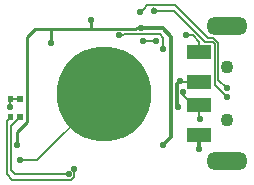
<source format=gbl>
G04 #@! TF.FileFunction,Copper,L2,Bot,Signal*
%FSLAX46Y46*%
G04 Gerber Fmt 4.6, Leading zero omitted, Abs format (unit mm)*
G04 Created by KiCad (PCBNEW 4.0.7) date 2018. July 04., Wednesday 00:12:24*
%MOMM*%
%LPD*%
G01*
G04 APERTURE LIST*
%ADD10C,0.150000*%
%ADD11O,3.500120X1.501140*%
%ADD12R,1.998980X1.198880*%
%ADD13C,1.099820*%
%ADD14O,8.000000X8.000000*%
%ADD15C,0.546100*%
%ADD16C,0.250000*%
%ADD17C,0.300000*%
%ADD18C,0.127000*%
%ADD19C,0.200660*%
G04 APERTURE END LIST*
D10*
D11*
X6999600Y5683770D03*
X6999600Y-5715750D03*
D12*
X4599020Y-1016750D03*
X4599020Y1000010D03*
X4599020Y-3516110D03*
X4599020Y3484130D03*
D13*
X6999600Y-2266430D03*
X6999600Y2234450D03*
D10*
G36*
X-11591190Y-1745310D02*
X-11141610Y-1745310D01*
X-11141610Y-2245690D01*
X-11591190Y-2245690D01*
X-11591190Y-1745310D01*
X-11591190Y-1745310D01*
G37*
G36*
X-11591190Y-221310D02*
X-11141610Y-221310D01*
X-11141610Y-721690D01*
X-11591190Y-721690D01*
X-11591190Y-221310D01*
X-11591190Y-221310D01*
G37*
G36*
X-10778390Y-1745310D02*
X-10328810Y-1745310D01*
X-10328810Y-2245690D01*
X-10778390Y-2245690D01*
X-10778390Y-1745310D01*
X-10778390Y-1745310D01*
G37*
G36*
X-10778390Y-221310D02*
X-10328810Y-221310D01*
X-10328810Y-721690D01*
X-10778390Y-721690D01*
X-10778390Y-221310D01*
X-10778390Y-221310D01*
G37*
D14*
X-3454400Y-12700D03*
D15*
X-7914640Y4239250D03*
X-304800Y5524500D03*
X-4572000Y6184900D03*
X-10793666Y-4381500D03*
X1574800Y-4381504D03*
X2810660Y-1181100D03*
X2997200Y1054100D03*
X4673600Y-2197100D03*
X3274211Y88900D03*
X-355600Y6896106D03*
X6959600Y444500D03*
X761900Y6991943D03*
X6959600Y-317500D03*
X1574800Y3797300D03*
X-2184400Y4914900D03*
X4622800Y-4686300D03*
X-101600Y4457700D03*
X994420Y4457696D03*
X3505200Y4914898D03*
X-11379200Y-1181100D03*
X-5943602Y-6362698D03*
X-6411938Y-6850098D03*
X-10566400Y-5651500D03*
D16*
X-7924800Y5473696D02*
X-9296404Y5473696D01*
X-9296404Y5473696D02*
X-9956800Y4813300D01*
X-10769600Y-3263900D02*
X-10769600Y-4357434D01*
X-9956800Y4813300D02*
X-9956800Y-2451100D01*
X-9956800Y-2451100D02*
X-10769600Y-3263900D01*
X-10769600Y-4357434D02*
X-10793666Y-4381500D01*
X-690951Y5524500D02*
X-304800Y5524500D01*
X-719612Y5495839D02*
X-690951Y5524500D01*
X-4549857Y5495839D02*
X-719612Y5495839D01*
X-4572000Y5473696D02*
X-4549857Y5495839D01*
X-7914640Y5463536D02*
X-7914640Y4625401D01*
X-7914640Y4625401D02*
X-7914640Y4239250D01*
X-7924800Y5473696D02*
X-7914640Y5463536D01*
D17*
X654153Y5519099D02*
X-299399Y5519099D01*
X1574800Y-4381504D02*
X2235200Y-3721104D01*
X2235200Y-3721104D02*
X2235200Y4813300D01*
X2235200Y4813300D02*
X1524000Y5524500D01*
X1524000Y5524500D02*
X659554Y5524500D01*
X659554Y5524500D02*
X654153Y5519099D01*
X-299399Y5519099D02*
X-304800Y5524500D01*
D16*
X-4572000Y5473696D02*
X-7924800Y5473696D01*
X-4572000Y5473696D02*
X-4572000Y6184900D01*
D17*
X2724151Y781051D02*
X2724151Y-1094591D01*
X2724151Y-1094591D02*
X2810660Y-1181100D01*
X2997200Y1054100D02*
X2724151Y781051D01*
D18*
X3051290Y1000010D02*
X2997200Y1054100D01*
X4599020Y1000010D02*
X3051290Y1000010D01*
X4599020Y-2122520D02*
X4673600Y-2197100D01*
X4599020Y-1016750D02*
X4599020Y-2122520D01*
X4599020Y-1016750D02*
X4198970Y-1016750D01*
X3274211Y-91991D02*
X3274211Y88900D01*
X4198970Y-1016750D02*
X3274211Y-91991D01*
X-82551Y7169155D02*
X-355600Y6896106D01*
X5794825Y4711700D02*
X5334000Y4711700D01*
X6248400Y4258125D02*
X5794825Y4711700D01*
X6248400Y1155700D02*
X6248400Y4258125D01*
X222243Y7473949D02*
X-82551Y7169155D01*
X2571751Y7473949D02*
X222243Y7473949D01*
X5334000Y4711700D02*
X2571751Y7473949D01*
X6959600Y444500D02*
X6248400Y1155700D01*
X1148051Y6991943D02*
X761900Y6991943D01*
X2502439Y6991943D02*
X1148051Y6991943D01*
X5138282Y4356100D02*
X2502439Y6991943D01*
X5943600Y4203700D02*
X5791200Y4356100D01*
X5943600Y698500D02*
X5943600Y4203700D01*
X5791200Y4356100D02*
X5138282Y4356100D01*
X6959600Y-317500D02*
X5943600Y698500D01*
X731527Y7200900D02*
X761900Y7170527D01*
X761900Y7170527D02*
X761900Y6991943D01*
X711200Y7200900D02*
X731527Y7200900D01*
X1574800Y4183451D02*
X1574800Y3797300D01*
X1574800Y4711700D02*
X1574800Y4183451D01*
X1291589Y4994911D02*
X1574800Y4711700D01*
X-1718238Y4994911D02*
X1291589Y4994911D01*
X-2184400Y4914900D02*
X-1798249Y4914900D01*
X-1798249Y4914900D02*
X-1718238Y4994911D01*
D17*
X4599020Y-4662520D02*
X4622800Y-4686300D01*
X4599020Y-3516110D02*
X4599020Y-4662520D01*
X4599020Y-3516110D02*
X4198970Y-3516110D01*
D19*
X-101596Y4457696D02*
X-101600Y4457700D01*
X994420Y4457696D02*
X-101596Y4457696D01*
X4635500Y3502660D02*
X4635500Y4343400D01*
X4635500Y4343400D02*
X4064000Y4914900D01*
X4064000Y4914900D02*
X3505202Y4914900D01*
X3505202Y4914900D02*
X3505200Y4914898D01*
X-10553600Y-471500D02*
X-11366400Y-471500D01*
X-11366400Y-471500D02*
X-11366400Y-1168300D01*
X-11366400Y-1168300D02*
X-11379200Y-1181100D01*
D18*
X-11366400Y-1995500D02*
X-11661900Y-2291000D01*
X-11661900Y-6842000D02*
X-11190250Y-7313650D01*
X-11190250Y-7313650D02*
X-6189432Y-7313650D01*
X-6189432Y-7313650D02*
X-5943602Y-7067820D01*
X-11661900Y-2291000D02*
X-11661900Y-6842000D01*
X-5943602Y-7067820D02*
X-5943602Y-6748849D01*
X-5943602Y-6748849D02*
X-5943602Y-6362698D01*
X-10553600Y-1995500D02*
X-11282626Y-2724526D01*
X-11282626Y-2724526D02*
X-11282626Y-6510074D01*
X-11282626Y-6510074D02*
X-10972800Y-6819900D01*
X-6442136Y-6819900D02*
X-6411938Y-6850098D01*
X-10972800Y-6819900D02*
X-6442136Y-6819900D01*
X-10566400Y-5651500D02*
X-9093200Y-5651500D01*
X-9093200Y-5651500D02*
X-3454400Y-12700D01*
M02*

</source>
